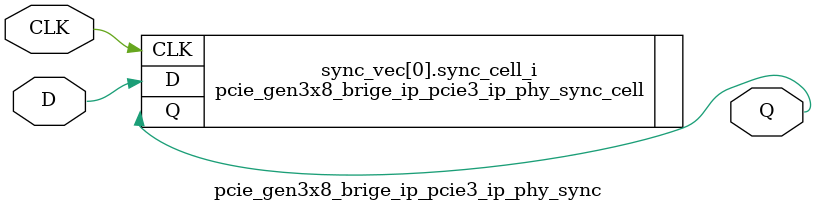
<source format=v>





`timescale 1ps / 1ps



//-------------------------------------------------------------------------------------------------
//  PHY Synchronizer Module
//-------------------------------------------------------------------------------------------------
module pcie_gen3x8_brige_ip_pcie3_ip_phy_sync #
(
    parameter integer WIDTH = 1, 
    parameter integer STAGE = 2
)
(
    //-------------------------------------------------------------------------- 
    //  Input Ports
    //-------------------------------------------------------------------------- 
    input                               CLK,
    input       [WIDTH-1:0]             D,
    
    //-------------------------------------------------------------------------- 
    //  Output Ports
    //-------------------------------------------------------------------------- 
    output      [WIDTH-1:0]             Q
);                                                        



//--------------------------------------------------------------------------------------------------
//  Generate Synchronizer - Begin
//--------------------------------------------------------------------------------------------------
genvar i;

generate for (i=0; i<WIDTH; i=i+1) 

    begin : sync_vec

    //----------------------------------------------------------------------
    //  Synchronizer
    //----------------------------------------------------------------------
pcie_gen3x8_brige_ip_pcie3_ip_phy_sync_cell #
    (
        .STAGE                            (STAGE)
    )    
    sync_cell_i
    (
        //------------------------------------------------------------------
        //  Input Ports
        //------------------------------------------------------------------
        .CLK                              (CLK),
        .D                                (D[i]),

        //------------------------------------------------------------------
        //  Output Ports
        //------------------------------------------------------------------
        .Q                                (Q[i])
    );
 
    end   
      
endgenerate 
//--------------------------------------------------------------------------------------------------
//  Generate - End
//--------------------------------------------------------------------------------------------------



endmodule





</source>
